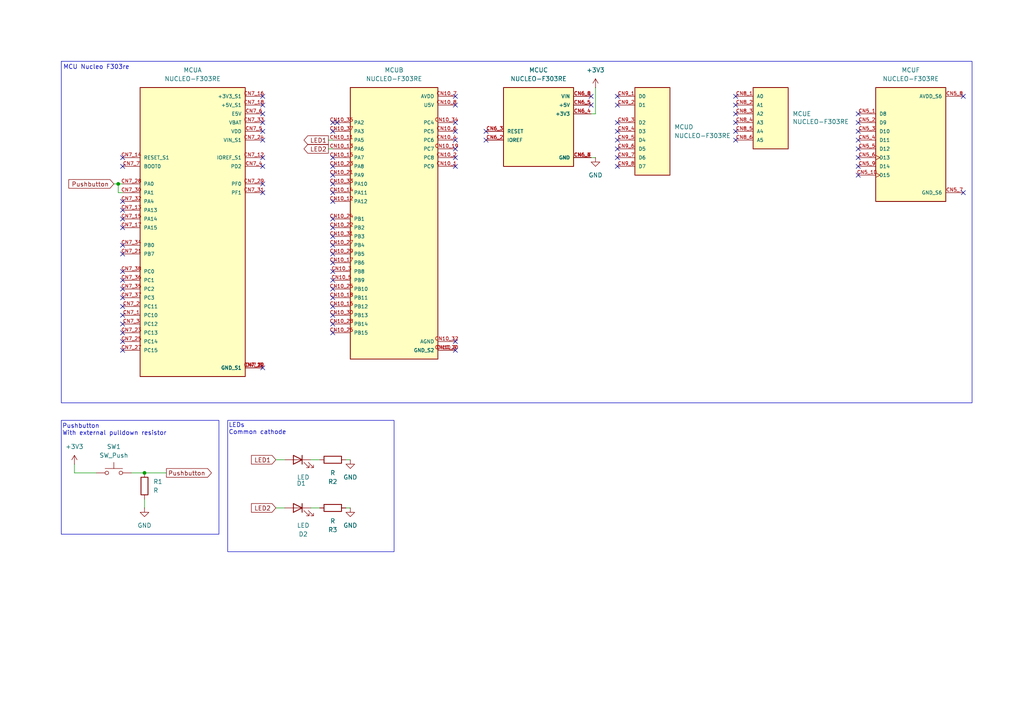
<source format=kicad_sch>
(kicad_sch (version 20250114) (generator "eeschema") (generator_version "9.0")
  (paper "A4")
  (lib_symbols
    (symbol "Device:LED" (pin_numbers (hide yes)) (pin_names (offset 1.016) (hide yes))
      (property "Reference" "D" (at 0 2.54 0))
      (property "Value" "LED" (at 0 -2.54 0))
      (symbol "LED_0_1"
        (polyline (pts (xy -3.048 -0.762) (xy -4.572 -2.286) (xy -3.81 -2.286) (xy -4.572 -2.286) (xy -4.572 -1.524)))
        (polyline (pts (xy -1.778 -0.762) (xy -3.302 -2.286) (xy -2.54 -2.286) (xy -3.302 -2.286) (xy -3.302 -1.524)))
        (polyline (pts (xy -1.27 0) (xy 1.27 0)))
        (polyline (pts (xy -1.27 -1.27) (xy -1.27 1.27)) (stroke (width 0.254)))
        (polyline (pts (xy 1.27 -1.27) (xy 1.27 1.27) (xy -1.27 0) (xy 1.27 -1.27)) (stroke (width 0.254)))
      )
      (symbol "LED_1_1"
        (pin passive line (at -3.81 0 0) (length 2.54) (name "K") (number "1"))
        (pin passive line (at 3.81 0 180) (length 2.54) (name "A") (number "2"))
      )
    )
    (symbol "Device:R" (pin_numbers (hide yes)) (pin_names (offset 0))
      (property "Reference" "R" (at 2.032 0 90))
      (property "Value" "R" (at 0 0 90))
      (symbol "R_0_1"
        (rectangle (start -1.016 -2.54) (end 1.016 2.54) (stroke (width 0.254)))
      )
      (symbol "R_1_1"
        (pin passive line (at 0 3.81 270) (length 1.27) (name "~") (number "1"))
        (pin passive line (at 0 -3.81 90) (length 1.27) (name "~") (number "2"))
      )
    )
    (symbol "Nucleo f303re:NUCLEO-F303RE" (pin_names (offset 1.016))
      (property "Reference" "U" (at -15.24 41.91 0))
      (property "Value" "NUCLEO-F303RE" (at -15.24 -44.45 0))
      (symbol "NUCLEO-F303RE_1_0"
        (rectangle (start -15.24 -43.18) (end 15.24 40.64) (stroke (width 0.254)) (fill (type background)))
        (pin bidirectional line (at -20.32 20.32 0) (length 5.08) (name "RESET_S1") (number "CN7_14"))
        (pin bidirectional line (at -20.32 17.78 0) (length 5.08) (name "BOOT0") (number "CN7_7"))
        (pin bidirectional line (at -20.32 12.7 0) (length 5.08) (name "PA0") (number "CN7_28"))
        (pin bidirectional line (at -20.32 10.16 0) (length 5.08) (name "PA1") (number "CN7_30"))
        (pin bidirectional line (at -20.32 7.62 0) (length 5.08) (name "PA4") (number "CN7_32"))
        (pin bidirectional line (at -20.32 5.08 0) (length 5.08) (name "PA13") (number "CN7_13"))
        (pin bidirectional line (at -20.32 2.54 0) (length 5.08) (name "PA14") (number "CN7_15"))
        (pin bidirectional line (at -20.32 0 0) (length 5.08) (name "PA15") (number "CN7_17"))
        (pin bidirectional line (at -20.32 -5.08 0) (length 5.08) (name "PB0") (number "CN7_34"))
        (pin bidirectional line (at -20.32 -7.62 0) (length 5.08) (name "PB7") (number "CN7_21"))
        (pin bidirectional line (at -20.32 -12.7 0) (length 5.08) (name "PC0") (number "CN7_38"))
        (pin bidirectional line (at -20.32 -15.24 0) (length 5.08) (name "PC1") (number "CN7_36"))
        (pin bidirectional line (at -20.32 -17.78 0) (length 5.08) (name "PC2") (number "CN7_35"))
        (pin bidirectional line (at -20.32 -20.32 0) (length 5.08) (name "PC3") (number "CN7_37"))
        (pin bidirectional line (at -20.32 -22.86 0) (length 5.08) (name "PC11") (number "CN7_2"))
        (pin bidirectional line (at -20.32 -25.4 0) (length 5.08) (name "PC10") (number "CN7_1"))
        (pin bidirectional line (at -20.32 -27.94 0) (length 5.08) (name "PC12") (number "CN7_3"))
        (pin bidirectional line (at -20.32 -30.48 0) (length 5.08) (name "PC13") (number "CN7_23"))
        (pin bidirectional line (at -20.32 -33.02 0) (length 5.08) (name "PC14") (number "CN7_25"))
        (pin bidirectional line (at -20.32 -35.56 0) (length 5.08) (name "PC15") (number "CN7_27"))
        (pin power_in line (at 20.32 38.1 180) (length 5.08) (name "+3V3_S1") (number "CN7_16"))
        (pin power_in line (at 20.32 35.56 180) (length 5.08) (name "+5V_S1") (number "CN7_18"))
        (pin power_in line (at 20.32 33.02 180) (length 5.08) (name "E5V") (number "CN7_6"))
        (pin power_in line (at 20.32 30.48 180) (length 5.08) (name "VBAT") (number "CN7_33"))
        (pin power_in line (at 20.32 27.94 180) (length 5.08) (name "VDD") (number "CN7_5"))
        (pin power_in line (at 20.32 25.4 180) (length 5.08) (name "VIN_S1") (number "CN7_24"))
        (pin bidirectional line (at 20.32 20.32 180) (length 5.08) (name "IOREF_S1") (number "CN7_12"))
        (pin bidirectional line (at 20.32 17.78 180) (length 5.08) (name "PD2") (number "CN7_4"))
        (pin bidirectional line (at 20.32 12.7 180) (length 5.08) (name "PF0") (number "CN7_29"))
        (pin bidirectional line (at 20.32 10.16 180) (length 5.08) (name "PF1") (number "CN7_31"))
        (pin power_in line (at 20.32 -40.64 180) (length 5.08) (name "GND_S1") (number "CN7_19"))
        (pin power_in line (at 20.32 -40.64 180) (length 5.08) (name "GND_S1") (number "CN7_20"))
        (pin power_in line (at 20.32 -40.64 180) (length 5.08) (name "GND_S1") (number "CN7_22"))
        (pin power_in line (at 20.32 -40.64 180) (length 5.08) (name "GND_S1") (number "CN7_8"))
      )
      (symbol "NUCLEO-F303RE_2_0"
        (rectangle (start -12.7 -40.64) (end 12.7 38.1) (stroke (width 0.254)) (fill (type background)))
        (pin bidirectional line (at -17.78 27.94 0) (length 5.08) (name "PA2") (number "CN10_35"))
        (pin bidirectional line (at -17.78 25.4 0) (length 5.08) (name "PA3") (number "CN10_37"))
        (pin bidirectional line (at -17.78 22.86 0) (length 5.08) (name "PA5") (number "CN10_11"))
        (pin bidirectional line (at -17.78 20.32 0) (length 5.08) (name "PA6") (number "CN10_13"))
        (pin bidirectional line (at -17.78 17.78 0) (length 5.08) (name "PA7") (number "CN10_15"))
        (pin bidirectional line (at -17.78 15.24 0) (length 5.08) (name "PA8") (number "CN10_23"))
        (pin bidirectional line (at -17.78 12.7 0) (length 5.08) (name "PA9") (number "CN10_21"))
        (pin bidirectional line (at -17.78 10.16 0) (length 5.08) (name "PA10") (number "CN10_33"))
        (pin bidirectional line (at -17.78 7.62 0) (length 5.08) (name "PA11") (number "CN10_14"))
        (pin bidirectional line (at -17.78 5.08 0) (length 5.08) (name "PA12") (number "CN10_12"))
        (pin bidirectional line (at -17.78 0 0) (length 5.08) (name "PB1") (number "CN10_24"))
        (pin bidirectional line (at -17.78 -2.54 0) (length 5.08) (name "PB2") (number "CN10_22"))
        (pin bidirectional line (at -17.78 -5.08 0) (length 5.08) (name "PB3") (number "CN10_31"))
        (pin bidirectional line (at -17.78 -7.62 0) (length 5.08) (name "PB4") (number "CN10_27"))
        (pin bidirectional line (at -17.78 -10.16 0) (length 5.08) (name "PB5") (number "CN10_29"))
        (pin bidirectional line (at -17.78 -12.7 0) (length 5.08) (name "PB6") (number "CN10_17"))
        (pin bidirectional line (at -17.78 -15.24 0) (length 5.08) (name "PB8") (number "CN10_3"))
        (pin bidirectional line (at -17.78 -17.78 0) (length 5.08) (name "PB9") (number "CN10_5"))
        (pin bidirectional line (at -17.78 -20.32 0) (length 5.08) (name "PB10") (number "CN10_25"))
        (pin bidirectional line (at -17.78 -22.86 0) (length 5.08) (name "PB11") (number "CN10_18"))
        (pin bidirectional line (at -17.78 -25.4 0) (length 5.08) (name "PB12") (number "CN10_16"))
        (pin bidirectional line (at -17.78 -27.94 0) (length 5.08) (name "PB13") (number "CN10_30"))
        (pin bidirectional line (at -17.78 -30.48 0) (length 5.08) (name "PB14") (number "CN10_28"))
        (pin bidirectional line (at -17.78 -33.02 0) (length 5.08) (name "PB15") (number "CN10_26"))
        (pin power_in line (at 17.78 35.56 180) (length 5.08) (name "AVDD") (number "CN10_7"))
        (pin power_in line (at 17.78 33.02 180) (length 5.08) (name "U5V") (number "CN10_8"))
        (pin bidirectional line (at 17.78 27.94 180) (length 5.08) (name "PC4") (number "CN10_34"))
        (pin bidirectional line (at 17.78 25.4 180) (length 5.08) (name "PC5") (number "CN10_6"))
        (pin bidirectional line (at 17.78 22.86 180) (length 5.08) (name "PC6") (number "CN10_4"))
        (pin bidirectional line (at 17.78 20.32 180) (length 5.08) (name "PC7") (number "CN10_19"))
        (pin bidirectional line (at 17.78 17.78 180) (length 5.08) (name "PC8") (number "CN10_2"))
        (pin bidirectional line (at 17.78 15.24 180) (length 5.08) (name "PC9") (number "CN10_1"))
        (pin power_in line (at 17.78 -35.56 180) (length 5.08) (name "AGND") (number "CN10_32"))
        (pin power_in line (at 17.78 -38.1 180) (length 5.08) (name "GND_S2") (number "CN10_20"))
        (pin power_in line (at 17.78 -38.1 180) (length 5.08) (name "GND_S2") (number "CN10_9"))
      )
      (symbol "NUCLEO-F303RE_3_0"
        (rectangle (start -10.16 -12.7) (end 10.16 10.16) (stroke (width 0.254)) (fill (type background)))
        (pin bidirectional line (at -15.24 -2.54 0) (length 5.08) (name "RESET") (number "CN6_3"))
        (pin bidirectional line (at -15.24 -5.08 0) (length 5.08) (name "IOREF") (number "CN6_2"))
        (pin power_in line (at 15.24 7.62 180) (length 5.08) (name "VIN") (number "CN6_8"))
        (pin power_in line (at 15.24 5.08 180) (length 5.08) (name "+5V") (number "CN6_5"))
        (pin power_in line (at 15.24 2.54 180) (length 5.08) (name "+3V3") (number "CN6_4"))
        (pin power_in line (at 15.24 -10.16 180) (length 5.08) (name "GND") (number "CN6_6"))
        (pin power_in line (at 15.24 -10.16 180) (length 5.08) (name "GND") (number "CN6_7"))
      )
      (symbol "NUCLEO-F303RE_4_0"
        (rectangle (start -5.08 -12.7) (end 5.08 12.7) (stroke (width 0.254)) (fill (type background)))
        (pin input line (at -10.16 10.16 0) (length 5.08) (name "D0") (number "CN9_1"))
        (pin output line (at -10.16 7.62 0) (length 5.08) (name "D1") (number "CN9_2"))
        (pin bidirectional line (at -10.16 2.54 0) (length 5.08) (name "D2") (number "CN9_3"))
        (pin bidirectional line (at -10.16 0 0) (length 5.08) (name "D3") (number "CN9_4"))
        (pin bidirectional line (at -10.16 -2.54 0) (length 5.08) (name "D4") (number "CN9_5"))
        (pin bidirectional line (at -10.16 -5.08 0) (length 5.08) (name "D5") (number "CN9_6"))
        (pin bidirectional line (at -10.16 -7.62 0) (length 5.08) (name "D6") (number "CN9_7"))
        (pin bidirectional line (at -10.16 -10.16 0) (length 5.08) (name "D7") (number "CN9_8"))
      )
      (symbol "NUCLEO-F303RE_5_0"
        (rectangle (start -5.08 -10.16) (end 5.08 7.62) (stroke (width 0.254)) (fill (type background)))
        (pin input line (at -10.16 5.08 0) (length 5.08) (name "A0") (number "CN8_1"))
        (pin input line (at -10.16 2.54 0) (length 5.08) (name "A1") (number "CN8_2"))
        (pin input line (at -10.16 0 0) (length 5.08) (name "A2") (number "CN8_3"))
        (pin input line (at -10.16 -2.54 0) (length 5.08) (name "A3") (number "CN8_4"))
        (pin input line (at -10.16 -5.08 0) (length 5.08) (name "A4") (number "CN8_5"))
        (pin input line (at -10.16 -7.62 0) (length 5.08) (name "A5") (number "CN8_6"))
      )
      (symbol "NUCLEO-F303RE_6_0"
        (rectangle (start -10.16 -17.78) (end 10.16 15.24) (stroke (width 0.254)) (fill (type background)))
        (pin bidirectional line (at -15.24 7.62 0) (length 5.08) (name "D8") (number "CN5_1"))
        (pin bidirectional line (at -15.24 5.08 0) (length 5.08) (name "D9") (number "CN5_2"))
        (pin bidirectional line (at -15.24 2.54 0) (length 5.08) (name "D10") (number "CN5_3"))
        (pin bidirectional line (at -15.24 0 0) (length 5.08) (name "D11") (number "CN5_4"))
        (pin bidirectional line (at -15.24 -2.54 0) (length 5.08) (name "D12") (number "CN5_5"))
        (pin bidirectional clock (at -15.24 -5.08 0) (length 5.08) (name "D13") (number "CN5_6"))
        (pin bidirectional line (at -15.24 -7.62 0) (length 5.08) (name "D14") (number "CN5_9"))
        (pin bidirectional clock (at -15.24 -10.16 0) (length 5.08) (name "D15") (number "CN5_10"))
        (pin power_in line (at 15.24 12.7 180) (length 5.08) (name "AVDD_S6") (number "CN5_8"))
        (pin power_in line (at 15.24 -15.24 180) (length 5.08) (name "GND_S6") (number "CN5_7"))
      )
    )
    (symbol "Switch:SW_Push" (pin_numbers (hide yes)) (pin_names (offset 1.016) (hide yes))
      (property "Reference" "SW" (at 1.27 2.54 0))
      (property "Value" "SW_Push" (at 0 -1.524 0))
      (symbol "SW_Push_0_1"
        (circle (center -2.032 0) (radius 0.508))
        (polyline (pts (xy 0 1.27) (xy 0 3.048)))
        (circle (center 2.032 0) (radius 0.508))
        (polyline (pts (xy 2.54 1.27) (xy -2.54 1.27)))
        (pin passive line (at -5.08 0 0) (length 2.54) (name "1") (number "1"))
        (pin passive line (at 5.08 0 180) (length 2.54) (name "2") (number "2"))
      )
    )
    (symbol "power:+3V3" (power) (pin_numbers (hide yes)) (pin_names (offset 0) (hide yes))
      (property "Value" "+3V3" (at 0 3.556 0))
      (symbol "+3V3_0_1"
        (polyline (pts (xy -0.762 1.27) (xy 0 2.54)))
        (polyline (pts (xy 0 2.54) (xy 0.762 1.27)))
        (polyline (pts (xy 0 0) (xy 0 2.54)))
      )
      (symbol "+3V3_1_1"
        (pin power_in line (at 0 0 90) (length 0) (name "~") (number "1"))
      )
    )
    (symbol "power:GND" (power) (pin_numbers (hide yes)) (pin_names (offset 0) (hide yes))
      (property "Value" "GND" (at 0 -3.81 0))
      (symbol "GND_0_1"
        (polyline (pts (xy 0 0) (xy 0 -1.27) (xy 1.27 -1.27) (xy 0 -2.54) (xy -1.27 -1.27) (xy 0 -1.27)))
      )
      (symbol "GND_1_1"
        (pin power_in line (at 0 0 270) (length 0) (name "~") (number "1"))
      )
    )
  )
  (rectangle (start 66.04 121.92) (end 114.3 160.02))
  (rectangle (start 17.78 17.78) (end 281.94 116.84))
  (rectangle (start 17.78 121.92) (end 63.5 154.94))
  (text "Pushbutton\nWith external pulldown resistor" (at 18.034 122.936 0) (effects (font (size 1.27 1.27)) (justify left top)))
  (text "LEDs\nCommon cathode\n" (at 66.294 122.682 0) (effects (font (size 1.27 1.27)) (justify left top)))
  (text "MCU Nucleo F303re" (at 27.94 19.558 0) (effects (font (size 1.27 1.27))))
  (junction (at 41.91 137.16))
  (junction (at 34.29 53.34))
  (no_connect (at 76.2 27.94))
  (no_connect (at 35.56 86.36))
  (no_connect (at 76.2 33.02))
  (no_connect (at 279.4 55.88))
  (no_connect (at 76.2 45.72))
  (no_connect (at 96.52 48.26))
  (no_connect (at 35.56 96.52))
  (no_connect (at 96.52 35.56))
  (no_connect (at 140.97 40.64))
  (no_connect (at 96.52 91.44))
  (no_connect (at 35.56 83.82))
  (no_connect (at 35.56 93.98))
  (no_connect (at 35.56 88.9))
  (no_connect (at 35.56 48.26))
  (no_connect (at 213.36 30.48))
  (no_connect (at 179.07 38.1))
  (no_connect (at 213.36 35.56))
  (no_connect (at 35.56 60.96))
  (no_connect (at 76.2 38.1))
  (no_connect (at 213.36 38.1))
  (no_connect (at 213.36 40.64))
  (no_connect (at 35.56 66.04))
  (no_connect (at 35.56 73.66))
  (no_connect (at 179.07 27.94))
  (no_connect (at 35.56 71.12))
  (no_connect (at 132.08 35.56))
  (no_connect (at 248.92 40.64))
  (no_connect (at 96.52 83.82))
  (no_connect (at 76.2 106.68))
  (no_connect (at 35.56 101.6))
  (no_connect (at 279.4 27.94))
  (no_connect (at 132.08 30.48))
  (no_connect (at 96.52 45.72))
  (no_connect (at 35.56 58.42))
  (no_connect (at 140.97 38.1))
  (no_connect (at 76.2 48.26))
  (no_connect (at 35.56 45.72))
  (no_connect (at 132.08 38.1))
  (no_connect (at 96.52 86.36))
  (no_connect (at 179.07 30.48))
  (no_connect (at 248.92 33.02))
  (no_connect (at 213.36 33.02))
  (no_connect (at 96.52 53.34))
  (no_connect (at 96.52 73.66))
  (no_connect (at 132.08 45.72))
  (no_connect (at 179.07 45.72))
  (no_connect (at 171.45 30.48))
  (no_connect (at 35.56 99.06))
  (no_connect (at 132.08 99.06))
  (no_connect (at 171.45 27.94))
  (no_connect (at 179.07 35.56))
  (no_connect (at 96.52 76.2))
  (no_connect (at 96.52 66.04))
  (no_connect (at 97.79 35.56))
  (no_connect (at 132.08 101.6))
  (no_connect (at 96.52 96.52))
  (no_connect (at 76.2 53.34))
  (no_connect (at 132.08 48.26))
  (no_connect (at 248.92 35.56))
  (no_connect (at 35.56 78.74))
  (no_connect (at 76.2 35.56))
  (no_connect (at 76.2 30.48))
  (no_connect (at 132.08 43.18))
  (no_connect (at 248.92 45.72))
  (no_connect (at 96.52 88.9))
  (no_connect (at 35.56 91.44))
  (no_connect (at 248.92 50.8))
  (no_connect (at 96.52 71.12))
  (no_connect (at 248.92 38.1))
  (no_connect (at 248.92 48.26))
  (no_connect (at 96.52 78.74))
  (no_connect (at 96.52 50.8))
  (no_connect (at 35.56 81.28))
  (no_connect (at 248.92 43.18))
  (no_connect (at 96.52 81.28))
  (no_connect (at 96.52 63.5))
  (no_connect (at 213.36 27.94))
  (no_connect (at 179.07 40.64))
  (no_connect (at 179.07 43.18))
  (no_connect (at 132.08 40.64))
  (no_connect (at 35.56 63.5))
  (no_connect (at 96.52 38.1))
  (no_connect (at 179.07 48.26))
  (no_connect (at 96.52 68.58))
  (no_connect (at 132.08 27.94))
  (no_connect (at 76.2 40.64))
  (no_connect (at 96.52 93.98))
  (no_connect (at 96.52 58.42))
  (no_connect (at 96.52 55.88))
  (no_connect (at 76.2 55.88))
  (wire (pts (xy 21.59 134.62) (xy 21.59 137.16)))
  (wire (pts (xy 80.01 133.35) (xy 82.55 133.35)))
  (wire (pts (xy 35.56 55.88) (xy 34.29 55.88)))
  (wire (pts (xy 90.17 133.35) (xy 92.71 133.35)))
  (wire (pts (xy 172.72 33.02) (xy 171.45 33.02)))
  (wire (pts (xy 95.25 43.18) (xy 96.52 43.18)))
  (wire (pts (xy 172.72 25.4) (xy 172.72 33.02)))
  (wire (pts (xy 92.71 147.32) (xy 90.17 147.32)))
  (wire (pts (xy 95.25 40.64) (xy 96.52 40.64)))
  (wire (pts (xy 34.29 55.88) (xy 34.29 53.34)))
  (wire (pts (xy 82.55 147.32) (xy 80.01 147.32)))
  (wire (pts (xy 171.45 45.72) (xy 172.72 45.72)))
  (wire (pts (xy 41.91 144.78) (xy 41.91 147.32)))
  (wire (pts (xy 34.29 53.34) (xy 35.56 53.34)))
  (wire (pts (xy 41.91 137.16) (xy 48.26 137.16)))
  (wire (pts (xy 21.59 137.16) (xy 27.94 137.16)))
  (wire (pts (xy 33.02 53.34) (xy 34.29 53.34)))
  (wire (pts (xy 38.1 137.16) (xy 41.91 137.16)))
  (wire (pts (xy 100.33 147.32) (xy 101.6 147.32)))
  (wire (pts (xy 100.33 133.35) (xy 101.6 133.35)))
  (global_label "LED1" (shape input) (at 80.01 133.35 180) (property "Intersheetrefs" "${INTERSHEET_REFS}" (effects (hide yes))))
  (global_label "LED2" (shape input) (at 80.01 147.32 180) (property "Intersheetrefs" "${INTERSHEET_REFS}" (effects (hide yes))))
  (global_label "Pushbutton" (shape input) (at 33.02 53.34 180) (property "Intersheetrefs" "${INTERSHEET_REFS}" (effects (hide yes))))
  (global_label "LED1" (shape output) (at 95.25 40.64 180) (property "Intersheetrefs" "${INTERSHEET_REFS}" (effects (hide yes))))
  (global_label "LED2" (shape output) (at 95.25 43.18 180) (property "Intersheetrefs" "${INTERSHEET_REFS}" (effects (hide yes))))
  (global_label "Pushbutton" (shape output) (at 48.26 137.16 0) (property "Intersheetrefs" "${INTERSHEET_REFS}" (effects (hide yes))))
  (symbol (lib_id "power:GND") (at 101.6 147.32 0) (unit 1)
    (property "Reference" "#PWR06" (effects (hide yes)))
    (property "Value" "GND" (at 101.6 152.4 0))
    (property "Description" "Power symbol creates a global label with name \"GND\" , ground" (effects (hide yes)))
  )
  (symbol (lib_id "Device:LED") (at 86.36 133.35 0) (mirror y) (unit 1)
    (property "Reference" "D1" (at 87.376 140.208 0))
    (property "Value" "LED" (at 87.9475 138.43 0))
    (property "Description" "Light emitting diode" (effects (hide yes)))
    (property "Sim.Pins" "1=K 2=A" (effects (hide yes)))
  )
  (symbol (lib_id "Nucleo f303re:NUCLEO-F303RE") (at 264.16 40.64 0) (unit 6)
    (property "Reference" "MCU" (at 264.16 20.32 0))
    (property "Value" "NUCLEO-F303RE" (at 264.16 22.86 0))
    (property "Footprint" "NUCLEO-F303RE:ST_NUCLEO-F303RE" (effects (hide yes)))
    (property "DigiKey_Part_Number" "497-15105-ND" (effects (hide yes)))
    (property "SnapEDA_Link" "https://www.snapeda.com/parts/NUCLEO-F303RE/STMicroelectronics/view-part/?ref=snap" (effects (hide yes)))
    (property "MAXIMUM_PACKAGE_HEIGHT" "N/A" (effects (hide yes)))
    (property "Package" "None" (effects (hide yes)))
    (property "Check_prices" "https://www.snapeda.com/parts/NUCLEO-F303RE/STMicroelectronics/view-part/?ref=eda" (effects (hide yes)))
    (property "STANDARD" "Manufacturer recommendations" (effects (hide yes)))
    (property "PARTREV" "14" (effects (hide yes)))
    (property "MF" "STMicroelectronics" (effects (hide yes)))
    (property "MP" "NUCLEO-F303RE" (effects (hide yes)))
    (property "Description_1" "STM32F303RE, mbed-Enabled Development Nucleo-64 STM32F3 ARM® Cortex®-M4 MCU 32-Bit Embedded Evaluation Board" (effects (hide yes)))
    (property "MANUFACTURER" "STMicroelectronics" (effects (hide yes)))
  )
  (symbol (lib_id "Device:R") (at 96.52 147.32 90) (mirror x) (unit 1)
    (property "Reference" "R3" (at 96.52 153.67 90))
    (property "Value" "R" (at 96.52 151.13 90))
    (property "Description" "Resistor" (effects (hide yes)))
  )
  (symbol (lib_id "power:GND") (at 41.91 147.32 0) (unit 1)
    (property "Reference" "#PWR04" (effects (hide yes)))
    (property "Value" "GND" (at 41.91 152.4 0))
    (property "Description" "Power symbol creates a global label with name \"GND\" , ground" (effects (hide yes)))
  )
  (symbol (lib_id "Nucleo f303re:NUCLEO-F303RE") (at 55.88 66.04 0) (unit 1)
    (property "Reference" "MCU" (at 55.88 20.32 0))
    (property "Value" "NUCLEO-F303RE" (at 55.88 22.86 0))
    (property "Footprint" "NUCLEO-F303RE:ST_NUCLEO-F303RE" (effects (hide yes)))
    (property "DigiKey_Part_Number" "497-15105-ND" (effects (hide yes)))
    (property "SnapEDA_Link" "https://www.snapeda.com/parts/NUCLEO-F303RE/STMicroelectronics/view-part/?ref=snap" (effects (hide yes)))
    (property "MAXIMUM_PACKAGE_HEIGHT" "N/A" (effects (hide yes)))
    (property "Package" "None" (effects (hide yes)))
    (property "Check_prices" "https://www.snapeda.com/parts/NUCLEO-F303RE/STMicroelectronics/view-part/?ref=eda" (effects (hide yes)))
    (property "STANDARD" "Manufacturer recommendations" (effects (hide yes)))
    (property "PARTREV" "14" (effects (hide yes)))
    (property "MF" "STMicroelectronics" (effects (hide yes)))
    (property "MP" "NUCLEO-F303RE" (effects (hide yes)))
    (property "Description_1" "STM32F303RE, mbed-Enabled Development Nucleo-64 STM32F3 ARM® Cortex®-M4 MCU 32-Bit Embedded Evaluation Board" (effects (hide yes)))
    (property "MANUFACTURER" "STMicroelectronics" (effects (hide yes)))
  )
  (symbol (lib_id "power:GND") (at 101.6 133.35 0) (unit 1)
    (property "Reference" "#PWR05" (effects (hide yes)))
    (property "Value" "GND" (at 101.6 138.43 0))
    (property "Description" "Power symbol creates a global label with name \"GND\" , ground" (effects (hide yes)))
  )
  (symbol (lib_id "Nucleo f303re:NUCLEO-F303RE") (at 223.52 33.02 0) (unit 5)
    (property "Reference" "MCU" (at 229.87 33.0199 0) (effects (justify left)))
    (property "Value" "NUCLEO-F303RE" (at 229.87 35.306 0) (effects (justify left)))
    (property "Footprint" "NUCLEO-F303RE:ST_NUCLEO-F303RE" (effects (hide yes)))
    (property "DigiKey_Part_Number" "497-15105-ND" (effects (hide yes)))
    (property "SnapEDA_Link" "https://www.snapeda.com/parts/NUCLEO-F303RE/STMicroelectronics/view-part/?ref=snap" (effects (hide yes)))
    (property "MAXIMUM_PACKAGE_HEIGHT" "N/A" (effects (hide yes)))
    (property "Package" "None" (effects (hide yes)))
    (property "Check_prices" "https://www.snapeda.com/parts/NUCLEO-F303RE/STMicroelectronics/view-part/?ref=eda" (effects (hide yes)))
    (property "STANDARD" "Manufacturer recommendations" (effects (hide yes)))
    (property "PARTREV" "14" (effects (hide yes)))
    (property "MF" "STMicroelectronics" (effects (hide yes)))
    (property "MP" "NUCLEO-F303RE" (effects (hide yes)))
    (property "Description_1" "STM32F303RE, mbed-Enabled Development Nucleo-64 STM32F3 ARM® Cortex®-M4 MCU 32-Bit Embedded Evaluation Board" (effects (hide yes)))
    (property "MANUFACTURER" "STMicroelectronics" (effects (hide yes)))
  )
  (symbol (lib_id "Device:R") (at 41.91 140.97 0) (unit 1)
    (property "Reference" "R1" (at 44.45 139.6999 0) (effects (justify left)))
    (property "Value" "R" (at 44.45 142.2399 0) (effects (justify left)))
    (property "Description" "Resistor" (effects (hide yes)))
  )
  (symbol (lib_id "power:+3V3") (at 172.72 25.4 0) (unit 1)
    (property "Reference" "#PWR01" (effects (hide yes)))
    (property "Value" "+3V3" (at 172.72 20.32 0))
    (property "Description" "Power symbol creates a global label with name \"+3V3\"" (effects (hide yes)))
  )
  (symbol (lib_id "Switch:SW_Push") (at 33.02 137.16 0) (unit 1)
    (property "Reference" "SW1" (at 33.02 129.54 0))
    (property "Value" "SW_Push" (at 33.02 132.08 0))
    (property "Description" "Push button switch, generic, two pins" (effects (hide yes)))
  )
  (symbol (lib_id "Device:R") (at 96.52 133.35 90) (mirror x) (unit 1)
    (property "Reference" "R2" (at 96.52 139.7 90))
    (property "Value" "R" (at 96.52 137.16 90))
    (property "Description" "Resistor" (effects (hide yes)))
  )
  (symbol (lib_id "power:GND") (at 172.72 45.72 0) (unit 1)
    (property "Reference" "#PWR02" (effects (hide yes)))
    (property "Value" "GND" (at 172.72 50.8 0))
    (property "Description" "Power symbol creates a global label with name \"GND\" , ground" (effects (hide yes)))
  )
  (symbol (lib_id "Nucleo f303re:NUCLEO-F303RE") (at 156.21 35.56 0) (unit 3)
    (property "Reference" "MCU" (at 156.21 20.32 0))
    (property "Value" "NUCLEO-F303RE" (at 156.21 22.86 0))
    (property "Footprint" "NUCLEO-F303RE:ST_NUCLEO-F303RE" (effects (hide yes)))
    (property "DigiKey_Part_Number" "497-15105-ND" (effects (hide yes)))
    (property "SnapEDA_Link" "https://www.snapeda.com/parts/NUCLEO-F303RE/STMicroelectronics/view-part/?ref=snap" (effects (hide yes)))
    (property "MAXIMUM_PACKAGE_HEIGHT" "N/A" (effects (hide yes)))
    (property "Package" "None" (effects (hide yes)))
    (property "Check_prices" "https://www.snapeda.com/parts/NUCLEO-F303RE/STMicroelectronics/view-part/?ref=eda" (effects (hide yes)))
    (property "STANDARD" "Manufacturer recommendations" (effects (hide yes)))
    (property "PARTREV" "14" (effects (hide yes)))
    (property "MF" "STMicroelectronics" (effects (hide yes)))
    (property "MP" "NUCLEO-F303RE" (effects (hide yes)))
    (property "Description_1" "STM32F303RE, mbed-Enabled Development Nucleo-64 STM32F3 ARM® Cortex®-M4 MCU 32-Bit Embedded Evaluation Board" (effects (hide yes)))
    (property "MANUFACTURER" "STMicroelectronics" (effects (hide yes)))
  )
  (symbol (lib_id "Nucleo f303re:NUCLEO-F303RE") (at 189.23 38.1 0) (unit 4)
    (property "Reference" "MCU" (at 195.58 36.8299 0) (effects (justify left)))
    (property "Value" "NUCLEO-F303RE" (at 195.58 39.3699 0) (effects (justify left)))
    (property "Footprint" "NUCLEO-F303RE:ST_NUCLEO-F303RE" (effects (hide yes)))
    (property "DigiKey_Part_Number" "497-15105-ND" (effects (hide yes)))
    (property "SnapEDA_Link" "https://www.snapeda.com/parts/NUCLEO-F303RE/STMicroelectronics/view-part/?ref=snap" (effects (hide yes)))
    (property "MAXIMUM_PACKAGE_HEIGHT" "N/A" (effects (hide yes)))
    (property "Package" "None" (effects (hide yes)))
    (property "Check_prices" "https://www.snapeda.com/parts/NUCLEO-F303RE/STMicroelectronics/view-part/?ref=eda" (effects (hide yes)))
    (property "STANDARD" "Manufacturer recommendations" (effects (hide yes)))
    (property "PARTREV" "14" (effects (hide yes)))
    (property "MF" "STMicroelectronics" (effects (hide yes)))
    (property "MP" "NUCLEO-F303RE" (effects (hide yes)))
    (property "Description_1" "STM32F303RE, mbed-Enabled Development Nucleo-64 STM32F3 ARM® Cortex®-M4 MCU 32-Bit Embedded Evaluation Board" (effects (hide yes)))
    (property "MANUFACTURER" "STMicroelectronics" (effects (hide yes)))
  )
  (symbol (lib_id "power:+3V3") (at 21.59 134.62 0) (unit 1)
    (property "Reference" "#PWR03" (effects (hide yes)))
    (property "Value" "+3V3" (at 21.59 129.54 0))
    (property "Description" "Power symbol creates a global label with name \"+3V3\"" (effects (hide yes)))
  )
  (symbol (lib_id "Device:LED") (at 86.36 147.32 0) (mirror y) (unit 1)
    (property "Reference" "D2" (at 87.9475 154.94 0))
    (property "Value" "LED" (at 87.9475 152.4 0))
    (property "Description" "Light emitting diode" (effects (hide yes)))
    (property "Sim.Pins" "1=K 2=A" (effects (hide yes)))
  )
  (symbol (lib_id "Nucleo f303re:NUCLEO-F303RE") (at 114.3 63.5 0) (unit 2)
    (property "Reference" "MCU" (at 114.3 20.32 0))
    (property "Value" "NUCLEO-F303RE" (at 114.3 22.86 0))
    (property "Footprint" "NUCLEO-F303RE:ST_NUCLEO-F303RE" (effects (hide yes)))
    (property "DigiKey_Part_Number" "497-15105-ND" (effects (hide yes)))
    (property "SnapEDA_Link" "https://www.snapeda.com/parts/NUCLEO-F303RE/STMicroelectronics/view-part/?ref=snap" (effects (hide yes)))
    (property "MAXIMUM_PACKAGE_HEIGHT" "N/A" (effects (hide yes)))
    (property "Package" "None" (effects (hide yes)))
    (property "Check_prices" "https://www.snapeda.com/parts/NUCLEO-F303RE/STMicroelectronics/view-part/?ref=eda" (effects (hide yes)))
    (property "STANDARD" "Manufacturer recommendations" (effects (hide yes)))
    (property "PARTREV" "14" (effects (hide yes)))
    (property "MF" "STMicroelectronics" (effects (hide yes)))
    (property "MP" "NUCLEO-F303RE" (effects (hide yes)))
    (property "Description_1" "STM32F303RE, mbed-Enabled Development Nucleo-64 STM32F3 ARM® Cortex®-M4 MCU 32-Bit Embedded Evaluation Board" (effects (hide yes)))
    (property "MANUFACTURER" "STMicroelectronics" (effects (hide yes)))
  )
)
</source>
